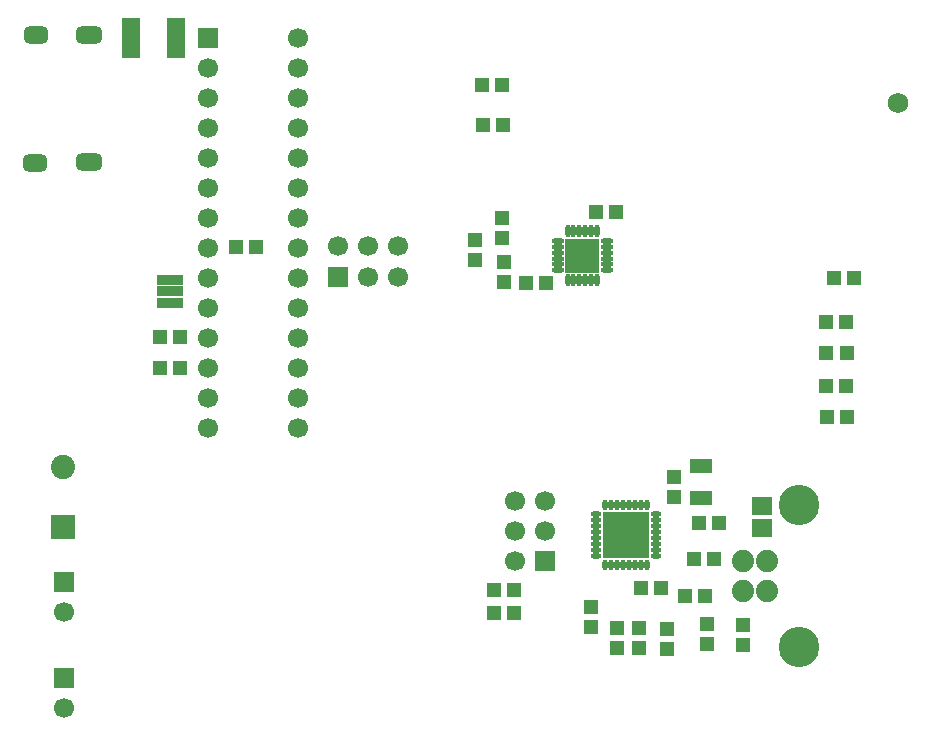
<source format=gbs>
%FSLAX42Y42*%
%MOMM*%
G71*
G01*
G75*
G04 Layer_Color=16711935*
%ADD10R,1.30X1.50*%
%ADD11R,1.00X1.10*%
%ADD12R,1.10X1.00*%
%ADD13O,2.20X0.60*%
%ADD14R,1.50X1.30*%
%ADD15R,1.40X3.00*%
%ADD16R,3.00X1.40*%
%ADD17O,1.00X3.20*%
%ADD18R,1.00X3.20*%
%ADD19R,2.00X1.10*%
%ADD20R,6.00X2.00*%
%ADD21R,2.00X6.00*%
%ADD22R,0.80X2.00*%
%ADD23R,1.75X3.50*%
%ADD24R,1.75X1.10*%
%ADD25R,1.75X1.10*%
%ADD26R,2.30X2.30*%
%ADD27R,0.90X0.95*%
%ADD28R,0.90X0.95*%
%ADD29R,0.65X1.10*%
%ADD30R,0.55X1.45*%
%ADD31R,0.55X1.45*%
%ADD32R,1.00X1.00*%
%ADD33R,3.30X1.40*%
%ADD34C,1.00*%
%ADD35R,1.20X0.23*%
%ADD36C,0.40*%
%ADD37C,0.45*%
%ADD38C,0.25*%
%ADD39C,0.60*%
%ADD40C,0.25*%
%ADD41C,0.30*%
%ADD42C,1.52*%
%ADD43C,3.22*%
%ADD44C,1.68*%
%ADD45C,1.50*%
%ADD46R,1.50X1.50*%
%ADD47R,1.50X1.50*%
%ADD48C,1.85*%
%ADD49R,1.85X1.85*%
G04:AMPARAMS|DCode=50|XSize=1.25mm|YSize=2mm|CornerRadius=0.31mm|HoleSize=0mm|Usage=FLASHONLY|Rotation=270.000|XOffset=0mm|YOffset=0mm|HoleType=Round|Shape=RoundedRectangle|*
%AMROUNDEDRECTD50*
21,1,1.25,1.38,0,0,270.0*
21,1,0.63,2.00,0,0,270.0*
1,1,0.63,-0.69,-0.31*
1,1,0.63,-0.69,0.31*
1,1,0.63,0.69,0.31*
1,1,0.63,0.69,-0.31*
%
%ADD50ROUNDEDRECTD50*%
G04:AMPARAMS|DCode=51|XSize=1.25mm|YSize=1.8mm|CornerRadius=0.31mm|HoleSize=0mm|Usage=FLASHONLY|Rotation=270.000|XOffset=0mm|YOffset=0mm|HoleType=Round|Shape=RoundedRectangle|*
%AMROUNDEDRECTD51*
21,1,1.25,1.18,0,0,270.0*
21,1,0.63,1.80,0,0,270.0*
1,1,0.63,-0.59,-0.31*
1,1,0.63,-0.59,0.31*
1,1,0.63,0.59,0.31*
1,1,0.63,0.59,-0.31*
%
%ADD51ROUNDEDRECTD51*%
%ADD52C,0.70*%
%ADD53C,0.66*%
%ADD54O,0.85X0.30*%
%ADD55O,0.30X0.85*%
%ADD56R,2.80X2.80*%
%ADD57O,0.25X0.75*%
%ADD58O,0.75X0.25*%
%ADD59R,3.80X3.80*%
%ADD60R,1.70X1.10*%
%ADD61R,1.40X3.30*%
%ADD62R,2.00X0.70*%
%ADD63C,0.50*%
%ADD64C,0.10*%
%ADD65C,0.20*%
%ADD66C,0.10*%
%ADD67C,0.80*%
%ADD68C,0.13*%
%ADD69C,0.20*%
%ADD70R,0.70X0.60*%
%ADD71R,0.60X0.70*%
%ADD72R,1.50X1.70*%
%ADD73R,1.20X1.30*%
%ADD74R,1.30X1.20*%
%ADD75O,2.40X0.80*%
%ADD76R,1.70X1.50*%
%ADD77R,1.60X3.20*%
%ADD78R,3.20X1.60*%
%ADD79O,1.20X3.40*%
%ADD80R,1.20X3.40*%
%ADD81R,2.20X1.30*%
%ADD82R,6.20X2.20*%
%ADD83R,2.20X6.20*%
%ADD84R,1.00X2.20*%
%ADD85R,1.95X3.70*%
%ADD86R,1.95X1.30*%
%ADD87R,1.95X1.30*%
%ADD88R,2.50X2.50*%
%ADD89R,1.10X1.15*%
%ADD90R,1.10X1.15*%
%ADD91R,0.85X1.30*%
%ADD92R,0.75X1.65*%
%ADD93R,0.75X1.65*%
%ADD94R,1.20X1.20*%
%ADD95R,3.50X1.60*%
%ADD96C,1.20*%
%ADD97R,1.40X0.43*%
%ADD98C,1.73*%
%ADD99C,3.42*%
%ADD100C,1.88*%
%ADD101C,1.70*%
%ADD102R,1.70X1.70*%
%ADD103R,1.70X1.70*%
%ADD104C,2.05*%
%ADD105R,2.05X2.05*%
G04:AMPARAMS|DCode=106|XSize=1.45mm|YSize=2.2mm|CornerRadius=0.41mm|HoleSize=0mm|Usage=FLASHONLY|Rotation=270.000|XOffset=0mm|YOffset=0mm|HoleType=Round|Shape=RoundedRectangle|*
%AMROUNDEDRECTD106*
21,1,1.45,1.38,0,0,270.0*
21,1,0.63,2.20,0,0,270.0*
1,1,0.83,-0.69,-0.31*
1,1,0.83,-0.69,0.31*
1,1,0.83,0.69,0.31*
1,1,0.83,0.69,-0.31*
%
%ADD106ROUNDEDRECTD106*%
G04:AMPARAMS|DCode=107|XSize=1.45mm|YSize=2mm|CornerRadius=0.41mm|HoleSize=0mm|Usage=FLASHONLY|Rotation=270.000|XOffset=0mm|YOffset=0mm|HoleType=Round|Shape=RoundedRectangle|*
%AMROUNDEDRECTD107*
21,1,1.45,1.18,0,0,270.0*
21,1,0.63,2.00,0,0,270.0*
1,1,0.83,-0.59,-0.31*
1,1,0.83,-0.59,0.31*
1,1,0.83,0.59,0.31*
1,1,0.83,0.59,-0.31*
%
%ADD107ROUNDEDRECTD107*%
%ADD108O,1.05X0.50*%
%ADD109O,0.50X1.05*%
%ADD110R,3.00X3.00*%
%ADD111O,0.45X0.95*%
%ADD112O,0.95X0.45*%
%ADD113R,4.00X4.00*%
%ADD114R,1.90X1.30*%
%ADD115R,1.60X3.50*%
%ADD116R,2.20X0.90*%
D73*
X-1497Y-1368D02*
D03*
Y-1198D02*
D03*
X-208Y-1347D02*
D03*
Y-1517D02*
D03*
X-515Y-1337D02*
D03*
Y-1507D02*
D03*
X-1278Y-1369D02*
D03*
Y-1539D02*
D03*
X-1093Y-1372D02*
D03*
Y-1542D02*
D03*
X-855Y-1379D02*
D03*
Y-1549D02*
D03*
X-2480Y1739D02*
D03*
Y1909D02*
D03*
X-2235Y1723D02*
D03*
Y1553D02*
D03*
X-2252Y1927D02*
D03*
Y2097D02*
D03*
X-798Y-97D02*
D03*
Y-267D02*
D03*
D74*
X494Y1217D02*
D03*
X664D02*
D03*
X497Y952D02*
D03*
X667D02*
D03*
X494Y677D02*
D03*
X664D02*
D03*
X502Y412D02*
D03*
X672D02*
D03*
X-2051Y1545D02*
D03*
X-1881D02*
D03*
X-414Y-482D02*
D03*
X-584D02*
D03*
X-628Y-788D02*
D03*
X-458D02*
D03*
X-701Y-1098D02*
D03*
X-531D02*
D03*
X564Y1587D02*
D03*
X734D02*
D03*
X-907Y-1032D02*
D03*
X-1077D02*
D03*
X-1282Y2153D02*
D03*
X-1452D02*
D03*
X-2413Y2882D02*
D03*
X-2243D02*
D03*
X-2147Y-1250D02*
D03*
X-2317D02*
D03*
X-2149Y-1052D02*
D03*
X-2319D02*
D03*
X-4334Y1850D02*
D03*
X-4504D02*
D03*
X-5148Y832D02*
D03*
X-4978D02*
D03*
X-5143Y1090D02*
D03*
X-4973D02*
D03*
X-2418Y3227D02*
D03*
X-2248D02*
D03*
D76*
X-48Y-526D02*
D03*
Y-336D02*
D03*
D98*
X1105Y3075D02*
D03*
D99*
X265Y-335D02*
D03*
Y-1535D02*
D03*
D100*
X-6Y-810D02*
D03*
Y-1060D02*
D03*
X-206D02*
D03*
Y-810D02*
D03*
D101*
X-2136Y-294D02*
D03*
X-1883D02*
D03*
X-2136Y-548D02*
D03*
X-1883D02*
D03*
X-2136Y-802D02*
D03*
X-4743Y3370D02*
D03*
Y3116D02*
D03*
Y2862D02*
D03*
Y2608D02*
D03*
Y2354D02*
D03*
Y2100D02*
D03*
Y1846D02*
D03*
Y1592D02*
D03*
Y1338D02*
D03*
Y1084D02*
D03*
Y830D02*
D03*
Y576D02*
D03*
Y322D02*
D03*
X-3981Y3624D02*
D03*
Y3370D02*
D03*
Y3116D02*
D03*
Y2862D02*
D03*
Y2608D02*
D03*
Y2354D02*
D03*
Y2100D02*
D03*
Y1846D02*
D03*
Y1592D02*
D03*
Y1338D02*
D03*
Y1084D02*
D03*
Y830D02*
D03*
Y576D02*
D03*
Y322D02*
D03*
X-3134Y1857D02*
D03*
Y1602D02*
D03*
X-3388Y1857D02*
D03*
Y1602D02*
D03*
X-3642Y1857D02*
D03*
X-5960Y-1234D02*
D03*
X-5960Y-2054D02*
D03*
D102*
X-1883Y-802D02*
D03*
X-5960Y-980D02*
D03*
X-5960Y-1800D02*
D03*
D103*
X-4743Y3624D02*
D03*
X-3642Y1602D02*
D03*
D104*
X-5965Y-11D02*
D03*
D105*
Y-519D02*
D03*
D106*
X-5747Y2570D02*
D03*
Y3650D02*
D03*
D107*
X-6197D02*
D03*
X-6208Y2565D02*
D03*
D108*
X-1777Y1655D02*
D03*
Y1705D02*
D03*
Y1755D02*
D03*
Y1805D02*
D03*
Y1855D02*
D03*
Y1905D02*
D03*
X-1362D02*
D03*
Y1855D02*
D03*
Y1805D02*
D03*
Y1755D02*
D03*
Y1705D02*
D03*
Y1655D02*
D03*
D109*
X-1695Y1988D02*
D03*
X-1645D02*
D03*
X-1595D02*
D03*
X-1545D02*
D03*
X-1495D02*
D03*
X-1445D02*
D03*
Y1573D02*
D03*
X-1495D02*
D03*
X-1545D02*
D03*
X-1595D02*
D03*
X-1645D02*
D03*
X-1695D02*
D03*
D110*
X-1570Y1780D02*
D03*
D111*
X-1025Y-840D02*
D03*
X-1075D02*
D03*
X-1125D02*
D03*
X-1175D02*
D03*
X-1225D02*
D03*
X-1275D02*
D03*
X-1325D02*
D03*
X-1375D02*
D03*
Y-335D02*
D03*
X-1325D02*
D03*
X-1275D02*
D03*
X-1225D02*
D03*
X-1175D02*
D03*
X-1125D02*
D03*
X-1075D02*
D03*
X-1025D02*
D03*
D112*
X-1453Y-762D02*
D03*
Y-712D02*
D03*
Y-662D02*
D03*
Y-612D02*
D03*
Y-562D02*
D03*
Y-512D02*
D03*
Y-462D02*
D03*
Y-412D02*
D03*
X-948D02*
D03*
Y-462D02*
D03*
Y-512D02*
D03*
Y-562D02*
D03*
Y-612D02*
D03*
Y-662D02*
D03*
Y-712D02*
D03*
Y-762D02*
D03*
D113*
X-1200Y-588D02*
D03*
D114*
X-565Y-270D02*
D03*
Y0D02*
D03*
D115*
X-5008Y3625D02*
D03*
X-5388D02*
D03*
D116*
X-5058Y1377D02*
D03*
Y1477D02*
D03*
Y1577D02*
D03*
M02*

</source>
